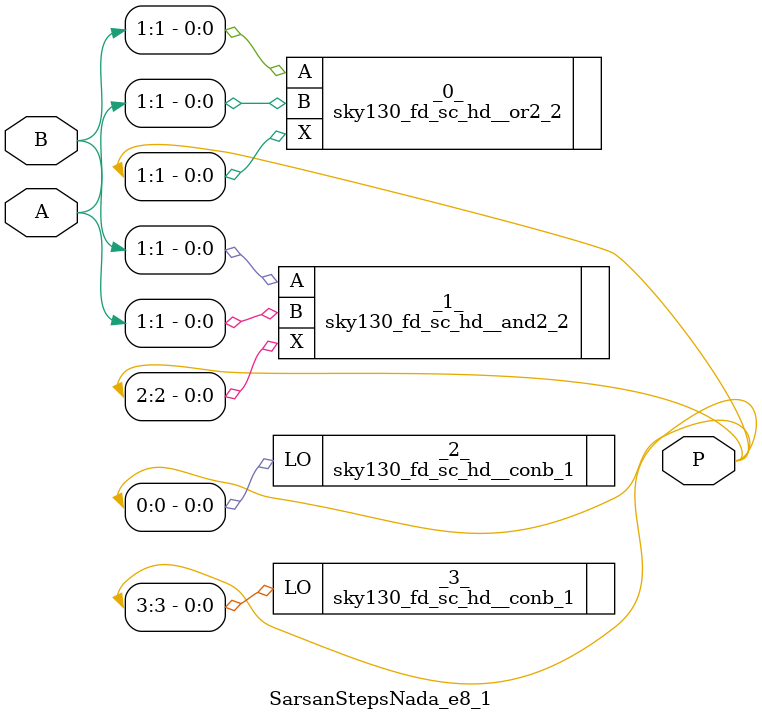
<source format=v>
/* Generated by Yosys 0.46 (git sha1 e97731b9dda91fa5fa53ed87df7c34163ba59a41, clang++ 17.0.6 -fPIC -O3) */

module SarsanStepsNada_e8_1(A, B, P);
  input [1:0] A;
  wire [1:0] A;
  input [1:0] B;
  wire [1:0] B;
  output [3:0] P;
  wire [3:0] P;
  sky130_fd_sc_hd__or2_2 _0_ (
    .A(B[1]),
    .B(A[1]),
    .X(P[1])
  );
  sky130_fd_sc_hd__and2_2 _1_ (
    .A(B[1]),
    .B(A[1]),
    .X(P[2])
  );
  sky130_fd_sc_hd__conb_1 _2_ (
    .LO(P[0])
  );
  sky130_fd_sc_hd__conb_1 _3_ (
    .LO(P[3])
  );
endmodule

</source>
